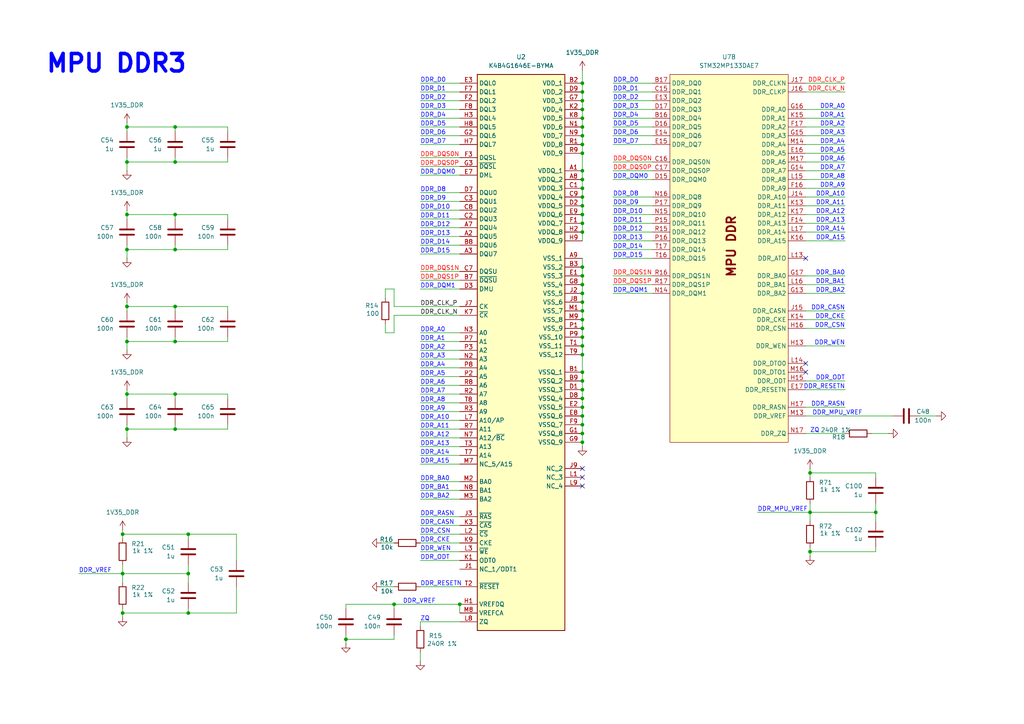
<source format=kicad_sch>
(kicad_sch (version 20250114) (generator "eeschema") (generator_version "9.0")
  (paper "A4")
  (title_block (title "ThingsCore-1") (date "2025-07-17") (rev "1"))
  (text "MPU DDR3" (at 33.782 18.542 0) (effects (font (size 5.08 5.08) (thickness 1.016) (bold yes))))
  (junction (at 168.91 24.13))
  (junction (at 36.83 62.23))
  (junction (at 133.35 175.26))
  (junction (at 168.91 39.37))
  (junction (at 114.3 175.26))
  (junction (at 168.91 125.73))
  (junction (at 54.61 154.94))
  (junction (at 168.91 34.29))
  (junction (at 50.8 72.39))
  (junction (at 234.95 148.59))
  (junction (at 168.91 36.83))
  (junction (at 35.56 177.8))
  (junction (at 50.8 88.9))
  (junction (at 168.91 90.17))
  (junction (at 35.56 154.94))
  (junction (at 54.61 166.37))
  (junction (at 168.91 54.61))
  (junction (at 168.91 95.25))
  (junction (at 168.91 128.27))
  (junction (at 168.91 123.19))
  (junction (at 50.8 36.83))
  (junction (at 36.83 99.06))
  (junction (at 168.91 82.55))
  (junction (at 36.83 72.39))
  (junction (at 168.91 49.53))
  (junction (at 168.91 107.95))
  (junction (at 168.91 113.03))
  (junction (at 36.83 124.46))
  (junction (at 50.8 99.06))
  (junction (at 168.91 44.45))
  (junction (at 36.83 88.9))
  (junction (at 168.91 118.11))
  (junction (at 168.91 26.67))
  (junction (at 168.91 110.49))
  (junction (at 234.95 160.02))
  (junction (at 168.91 41.91))
  (junction (at 168.91 52.07))
  (junction (at 50.8 62.23))
  (junction (at 50.8 124.46))
  (junction (at 168.91 29.21))
  (junction (at 168.91 59.69))
  (junction (at 168.91 97.79))
  (junction (at 35.56 166.37))
  (junction (at 36.83 36.83))
  (junction (at 168.91 62.23))
  (junction (at 54.61 177.8))
  (junction (at 50.8 114.3))
  (junction (at 168.91 80.01))
  (junction (at 234.95 137.16))
  (junction (at 168.91 100.33))
  (junction (at 168.91 92.71))
  (junction (at 254 148.59))
  (junction (at 168.91 67.31))
  (junction (at 168.91 87.63))
  (junction (at 50.8 46.99))
  (junction (at 168.91 31.75))
  (junction (at 168.91 57.15))
  (junction (at 168.91 85.09))
  (junction (at 36.83 114.3))
  (junction (at 168.91 102.87))
  (junction (at 168.91 115.57))
  (junction (at 36.83 46.99))
  (junction (at 168.91 120.65))
  (junction (at 168.91 64.77))
  (junction (at 168.91 77.47))
  (junction (at 100.33 185.42))
  (no_connect (at 168.91 138.43))
  (no_connect (at 168.91 135.89))
  (no_connect (at 233.68 74.93))
  (no_connect (at 233.68 107.95))
  (no_connect (at 233.68 105.41))
  (no_connect (at 168.91 140.97))
  (wire (pts (xy 168.91 123.19) (xy 168.91 125.73)))
  (wire (pts (xy 36.83 88.9) (xy 50.8 88.9)))
  (wire (pts (xy 66.04 72.39) (xy 66.04 71.12)))
  (wire (pts (xy 133.35 124.46) (xy 121.92 124.46)))
  (wire (pts (xy 168.91 120.65) (xy 168.91 123.19)))
  (wire (pts (xy 111.76 96.52) (xy 111.76 93.98)))
  (wire (pts (xy 50.8 97.79) (xy 50.8 99.06)))
  (wire (pts (xy 68.58 170.18) (xy 68.58 177.8)))
  (wire (pts (xy 36.83 62.23) (xy 50.8 62.23)))
  (wire (pts (xy 168.91 80.01) (xy 168.91 82.55)))
  (wire (pts (xy 189.23 67.31) (xy 177.8 67.31)))
  (wire (pts (xy 133.35 71.12) (xy 121.92 71.12)))
  (wire (pts (xy 50.8 88.9) (xy 66.04 88.9)))
  (wire (pts (xy 168.91 125.73) (xy 168.91 128.27)))
  (wire (pts (xy 189.23 57.15) (xy 177.8 57.15)))
  (wire (pts (xy 234.95 137.16) (xy 234.95 138.43)))
  (wire (pts (xy 22.86 166.37) (xy 35.56 166.37)))
  (wire (pts (xy 121.92 180.34) (xy 121.92 181.61)))
  (wire (pts (xy 54.61 177.8) (xy 54.61 176.53)))
  (wire (pts (xy 189.23 26.67) (xy 177.8 26.67)))
  (wire (pts (xy 233.68 46.99) (xy 245.11 46.99)))
  (wire (pts (xy 133.35 55.88) (xy 121.92 55.88)))
  (wire (pts (xy 35.56 166.37) (xy 54.61 166.37)))
  (wire (pts (xy 68.58 154.94) (xy 54.61 154.94)))
  (wire (pts (xy 254 137.16) (xy 234.95 137.16)))
  (wire (pts (xy 133.35 29.21) (xy 121.92 29.21)))
  (wire (pts (xy 36.83 71.12) (xy 36.83 72.39)))
  (wire (pts (xy 36.83 62.23) (xy 36.83 63.5)))
  (wire (pts (xy 234.95 160.02) (xy 234.95 161.29)))
  (wire (pts (xy 168.91 64.77) (xy 168.91 67.31)))
  (wire (pts (xy 133.35 109.22) (xy 121.92 109.22)))
  (wire (pts (xy 189.23 69.85) (xy 177.8 69.85)))
  (wire (pts (xy 233.68 125.73) (xy 245.11 125.73)))
  (wire (pts (xy 233.68 113.03) (xy 245.11 113.03)))
  (wire (pts (xy 233.68 62.23) (xy 245.11 62.23)))
  (wire (pts (xy 68.58 177.8) (xy 54.61 177.8)))
  (wire (pts (xy 114.3 83.82) (xy 114.3 88.9)))
  (wire (pts (xy 168.91 77.47) (xy 168.91 80.01)))
  (wire (pts (xy 36.83 99.06) (xy 50.8 99.06)))
  (wire (pts (xy 66.04 88.9) (xy 66.04 90.17)))
  (wire (pts (xy 168.91 26.67) (xy 168.91 29.21)))
  (wire (pts (xy 168.91 85.09) (xy 168.91 87.63)))
  (wire (pts (xy 189.23 72.39) (xy 177.8 72.39)))
  (wire (pts (xy 133.35 31.75) (xy 121.92 31.75)))
  (wire (pts (xy 168.91 34.29) (xy 168.91 36.83)))
  (wire (pts (xy 133.35 63.5) (xy 121.92 63.5)))
  (wire (pts (xy 35.56 163.83) (xy 35.56 166.37)))
  (wire (pts (xy 114.3 96.52) (xy 114.3 91.44)))
  (wire (pts (xy 233.68 120.65) (xy 259.08 120.65)))
  (wire (pts (xy 189.23 31.75) (xy 177.8 31.75)))
  (wire (pts (xy 50.8 114.3) (xy 66.04 114.3)))
  (wire (pts (xy 189.23 24.13) (xy 177.8 24.13)))
  (wire (pts (xy 168.91 29.21) (xy 168.91 31.75)))
  (wire (pts (xy 36.83 36.83) (xy 50.8 36.83)))
  (wire (pts (xy 168.91 49.53) (xy 168.91 52.07)))
  (wire (pts (xy 133.35 45.72) (xy 121.92 45.72)))
  (wire (pts (xy 36.83 114.3) (xy 36.83 115.57)))
  (wire (pts (xy 121.92 134.62) (xy 133.35 134.62)))
  (wire (pts (xy 50.8 124.46) (xy 66.04 124.46)))
  (wire (pts (xy 50.8 123.19) (xy 50.8 124.46)))
  (wire (pts (xy 233.68 31.75) (xy 245.11 31.75)))
  (wire (pts (xy 36.83 123.19) (xy 36.83 124.46)))
  (wire (pts (xy 50.8 62.23) (xy 66.04 62.23)))
  (wire (pts (xy 68.58 162.56) (xy 68.58 154.94)))
  (wire (pts (xy 168.91 82.55) (xy 168.91 85.09)))
  (wire (pts (xy 36.83 72.39) (xy 36.83 74.93)))
  (wire (pts (xy 133.35 34.29) (xy 121.92 34.29)))
  (wire (pts (xy 189.23 49.53) (xy 177.8 49.53)))
  (wire (pts (xy 36.83 88.9) (xy 36.83 90.17)))
  (wire (pts (xy 133.35 68.58) (xy 121.92 68.58)))
  (wire (pts (xy 50.8 71.12) (xy 50.8 72.39)))
  (wire (pts (xy 189.23 29.21) (xy 177.8 29.21)))
  (wire (pts (xy 54.61 166.37) (xy 54.61 168.91)))
  (wire (pts (xy 114.3 175.26) (xy 114.3 176.53)))
  (wire (pts (xy 168.91 74.93) (xy 168.91 77.47)))
  (wire (pts (xy 133.35 142.24) (xy 121.92 142.24)))
  (wire (pts (xy 168.91 44.45) (xy 168.91 49.53)))
  (wire (pts (xy 189.23 62.23) (xy 177.8 62.23)))
  (wire (pts (xy 133.35 41.91) (xy 121.92 41.91)))
  (wire (pts (xy 35.56 153.67) (xy 35.56 154.94)))
  (wire (pts (xy 233.68 80.01) (xy 245.11 80.01)))
  (wire (pts (xy 50.8 99.06) (xy 66.04 99.06)))
  (wire (pts (xy 233.68 44.45) (xy 245.11 44.45)))
  (wire (pts (xy 168.91 128.27) (xy 168.91 129.54)))
  (wire (pts (xy 36.83 124.46) (xy 36.83 127)))
  (wire (pts (xy 35.56 168.91) (xy 35.56 166.37)))
  (wire (pts (xy 233.68 57.15) (xy 245.11 57.15)))
  (wire (pts (xy 133.35 106.68) (xy 121.92 106.68)))
  (wire (pts (xy 54.61 154.94) (xy 54.61 156.21)))
  (wire (pts (xy 111.76 83.82) (xy 114.3 83.82)))
  (wire (pts (xy 133.35 127) (xy 121.92 127)))
  (wire (pts (xy 168.91 110.49) (xy 168.91 113.03)))
  (wire (pts (xy 121.92 189.23) (xy 121.92 191.77)))
  (wire (pts (xy 254 146.05) (xy 254 148.59)))
  (wire (pts (xy 121.92 157.48) (xy 133.35 157.48)))
  (wire (pts (xy 111.76 86.36) (xy 111.76 83.82)))
  (wire (pts (xy 168.91 59.69) (xy 168.91 62.23)))
  (wire (pts (xy 66.04 114.3) (xy 66.04 115.57)))
  (wire (pts (xy 168.91 90.17) (xy 168.91 92.71)))
  (wire (pts (xy 133.35 58.42) (xy 121.92 58.42)))
  (wire (pts (xy 234.95 160.02) (xy 254 160.02)))
  (wire (pts (xy 189.23 85.09) (xy 177.8 85.09)))
  (wire (pts (xy 50.8 62.23) (xy 50.8 63.5)))
  (wire (pts (xy 233.68 36.83) (xy 245.11 36.83)))
  (wire (pts (xy 234.95 146.05) (xy 234.95 148.59)))
  (wire (pts (xy 36.83 46.99) (xy 36.83 49.53)))
  (wire (pts (xy 168.91 20.32) (xy 168.91 24.13)))
  (wire (pts (xy 133.35 160.02) (xy 121.92 160.02)))
  (wire (pts (xy 36.83 72.39) (xy 50.8 72.39)))
  (wire (pts (xy 254 160.02) (xy 254 158.75)))
  (wire (pts (xy 133.35 88.9) (xy 114.3 88.9)))
  (wire (pts (xy 114.3 91.44) (xy 133.35 91.44)))
  (wire (pts (xy 133.35 114.3) (xy 121.92 114.3)))
  (wire (pts (xy 66.04 124.46) (xy 66.04 123.19)))
  (wire (pts (xy 35.56 154.94) (xy 35.56 156.21)))
  (wire (pts (xy 233.68 85.09) (xy 245.11 85.09)))
  (wire (pts (xy 100.33 186.69) (xy 100.33 185.42)))
  (wire (pts (xy 168.91 118.11) (xy 168.91 120.65)))
  (wire (pts (xy 121.92 154.94) (xy 133.35 154.94)))
  (wire (pts (xy 233.68 34.29) (xy 245.11 34.29)))
  (wire (pts (xy 233.68 90.17) (xy 245.11 90.17)))
  (wire (pts (xy 133.35 104.14) (xy 121.92 104.14)))
  (wire (pts (xy 168.91 100.33) (xy 168.91 102.87)))
  (wire (pts (xy 233.68 92.71) (xy 245.11 92.71)))
  (wire (pts (xy 36.83 35.56) (xy 36.83 36.83)))
  (wire (pts (xy 121.92 180.34) (xy 133.35 180.34)))
  (wire (pts (xy 133.35 175.26) (xy 133.35 177.8)))
  (wire (pts (xy 133.35 36.83) (xy 121.92 36.83)))
  (wire (pts (xy 133.35 60.96) (xy 121.92 60.96)))
  (wire (pts (xy 168.91 102.87) (xy 168.91 107.95)))
  (wire (pts (xy 133.35 24.13) (xy 121.92 24.13)))
  (wire (pts (xy 189.23 34.29) (xy 177.8 34.29)))
  (wire (pts (xy 168.91 113.03) (xy 168.91 115.57)))
  (wire (pts (xy 50.8 36.83) (xy 66.04 36.83)))
  (wire (pts (xy 133.35 48.26) (xy 121.92 48.26)))
  (wire (pts (xy 66.04 36.83) (xy 66.04 38.1)))
  (wire (pts (xy 168.91 97.79) (xy 168.91 100.33)))
  (wire (pts (xy 133.35 170.18) (xy 121.92 170.18)))
  (wire (pts (xy 219.71 148.59) (xy 234.95 148.59)))
  (wire (pts (xy 189.23 82.55) (xy 177.8 82.55)))
  (wire (pts (xy 189.23 46.99) (xy 177.8 46.99)))
  (wire (pts (xy 54.61 163.83) (xy 54.61 166.37)))
  (wire (pts (xy 100.33 175.26) (xy 114.3 175.26)))
  (wire (pts (xy 233.68 54.61) (xy 245.11 54.61)))
  (wire (pts (xy 233.68 110.49) (xy 245.11 110.49)))
  (wire (pts (xy 66.04 46.99) (xy 66.04 45.72)))
  (wire (pts (xy 133.35 152.4) (xy 121.92 152.4)))
  (wire (pts (xy 233.68 59.69) (xy 245.11 59.69)))
  (wire (pts (xy 168.91 95.25) (xy 168.91 97.79)))
  (wire (pts (xy 36.83 45.72) (xy 36.83 46.99)))
  (wire (pts (xy 35.56 177.8) (xy 54.61 177.8)))
  (wire (pts (xy 233.68 41.91) (xy 245.11 41.91)))
  (wire (pts (xy 233.68 82.55) (xy 245.11 82.55)))
  (wire (pts (xy 133.35 78.74) (xy 121.92 78.74)))
  (wire (pts (xy 36.83 99.06) (xy 36.83 101.6)))
  (wire (pts (xy 233.68 100.33) (xy 245.11 100.33)))
  (wire (pts (xy 66.04 99.06) (xy 66.04 97.79)))
  (wire (pts (xy 168.91 57.15) (xy 168.91 59.69)))
  (wire (pts (xy 189.23 80.01) (xy 177.8 80.01)))
  (wire (pts (xy 245.11 95.25) (xy 233.68 95.25)))
  (wire (pts (xy 233.68 24.13) (xy 245.11 24.13)))
  (wire (pts (xy 168.91 62.23) (xy 168.91 64.77)))
  (wire (pts (xy 133.35 116.84) (xy 121.92 116.84)))
  (wire (pts (xy 110.49 170.18) (xy 114.3 170.18)))
  (wire (pts (xy 50.8 72.39) (xy 66.04 72.39)))
  (wire (pts (xy 36.83 97.79) (xy 36.83 99.06)))
  (wire (pts (xy 66.04 62.23) (xy 66.04 63.5)))
  (wire (pts (xy 168.91 67.31) (xy 168.91 69.85)))
  (wire (pts (xy 189.23 74.93) (xy 177.8 74.93)))
  (wire (pts (xy 168.91 54.61) (xy 168.91 57.15)))
  (wire (pts (xy 35.56 176.53) (xy 35.56 177.8)))
  (wire (pts (xy 168.91 24.13) (xy 168.91 26.67)))
  (wire (pts (xy 36.83 60.96) (xy 36.83 62.23)))
  (wire (pts (xy 133.35 101.6) (xy 121.92 101.6)))
  (wire (pts (xy 50.8 45.72) (xy 50.8 46.99)))
  (wire (pts (xy 168.91 115.57) (xy 168.91 118.11)))
  (wire (pts (xy 254 137.16) (xy 254 138.43)))
  (wire (pts (xy 35.56 177.8) (xy 35.56 179.07)))
  (wire (pts (xy 233.68 52.07) (xy 245.11 52.07)))
  (wire (pts (xy 189.23 36.83) (xy 177.8 36.83)))
  (wire (pts (xy 36.83 46.99) (xy 50.8 46.99)))
  (wire (pts (xy 233.68 49.53) (xy 245.11 49.53)))
  (wire (pts (xy 234.95 148.59) (xy 254 148.59)))
  (wire (pts (xy 133.35 73.66) (xy 121.92 73.66)))
  (wire (pts (xy 133.35 83.82) (xy 121.92 83.82)))
  (wire (pts (xy 168.91 39.37) (xy 168.91 41.91)))
  (wire (pts (xy 133.35 144.78) (xy 121.92 144.78)))
  (wire (pts (xy 36.83 124.46) (xy 50.8 124.46)))
  (wire (pts (xy 54.61 154.94) (xy 35.56 154.94)))
  (wire (pts (xy 168.91 107.95) (xy 168.91 110.49)))
  (wire (pts (xy 111.76 96.52) (xy 114.3 96.52)))
  (wire (pts (xy 234.95 158.75) (xy 234.95 160.02)))
  (wire (pts (xy 133.35 139.7) (xy 121.92 139.7)))
  (wire (pts (xy 266.7 120.65) (xy 271.78 120.65)))
  (wire (pts (xy 50.8 88.9) (xy 50.8 90.17)))
  (wire (pts (xy 234.95 135.89) (xy 234.95 137.16)))
  (wire (pts (xy 133.35 39.37) (xy 121.92 39.37)))
  (wire (pts (xy 168.91 92.71) (xy 168.91 95.25)))
  (wire (pts (xy 133.35 132.08) (xy 121.92 132.08)))
  (wire (pts (xy 168.91 87.63) (xy 168.91 90.17)))
  (wire (pts (xy 233.68 118.11) (xy 245.11 118.11)))
  (wire (pts (xy 133.35 129.54) (xy 121.92 129.54)))
  (wire (pts (xy 233.68 26.67) (xy 245.11 26.67)))
  (wire (pts (xy 100.33 175.26) (xy 100.33 176.53)))
  (wire (pts (xy 189.23 59.69) (xy 177.8 59.69)))
  (wire (pts (xy 234.95 151.13) (xy 234.95 148.59)))
  (wire (pts (xy 189.23 52.07) (xy 177.8 52.07)))
  (wire (pts (xy 50.8 114.3) (xy 50.8 115.57)))
  (wire (pts (xy 133.35 66.04) (xy 121.92 66.04)))
  (wire (pts (xy 133.35 99.06) (xy 121.92 99.06)))
  (wire (pts (xy 50.8 46.99) (xy 66.04 46.99)))
  (wire (pts (xy 168.91 41.91) (xy 168.91 44.45)))
  (wire (pts (xy 100.33 184.15) (xy 100.33 185.42)))
  (wire (pts (xy 168.91 36.83) (xy 168.91 39.37)))
  (wire (pts (xy 133.35 162.56) (xy 121.92 162.56)))
  (wire (pts (xy 114.3 175.26) (xy 133.35 175.26)))
  (wire (pts (xy 36.83 114.3) (xy 50.8 114.3)))
  (wire (pts (xy 133.35 111.76) (xy 121.92 111.76)))
  (wire (pts (xy 252.73 125.73) (xy 257.81 125.73)))
  (wire (pts (xy 133.35 50.8) (xy 121.92 50.8)))
  (wire (pts (xy 100.33 185.42) (xy 114.3 185.42)))
  (wire (pts (xy 133.35 119.38) (xy 121.92 119.38)))
  (wire (pts (xy 36.83 36.83) (xy 36.83 38.1)))
  (wire (pts (xy 133.35 149.86) (xy 121.92 149.86)))
  (wire (pts (xy 233.68 67.31) (xy 245.11 67.31)))
  (wire (pts (xy 133.35 81.28) (xy 121.92 81.28)))
  (wire (pts (xy 133.35 26.67) (xy 121.92 26.67)))
  (wire (pts (xy 133.35 96.52) (xy 121.92 96.52)))
  (wire (pts (xy 233.68 39.37) (xy 245.11 39.37)))
  (wire (pts (xy 36.83 113.03) (xy 36.83 114.3)))
  (wire (pts (xy 189.23 64.77) (xy 177.8 64.77)))
  (wire (pts (xy 168.91 31.75) (xy 168.91 34.29)))
  (wire (pts (xy 110.49 157.48) (xy 114.3 157.48)))
  (wire (pts (xy 233.68 69.85) (xy 245.11 69.85)))
  (wire (pts (xy 36.83 87.63) (xy 36.83 88.9)))
  (wire (pts (xy 189.23 39.37) (xy 177.8 39.37)))
  (wire (pts (xy 233.68 64.77) (xy 245.11 64.77)))
  (wire (pts (xy 189.23 41.91) (xy 177.8 41.91)))
  (wire (pts (xy 50.8 36.83) (xy 50.8 38.1)))
  (wire (pts (xy 168.91 52.07) (xy 168.91 54.61)))
  (wire (pts (xy 114.3 184.15) (xy 114.3 185.42)))
  (wire (pts (xy 133.35 121.92) (xy 121.92 121.92)))
  (wire (pts (xy 254 148.59) (xy 254 151.13)))
  (label "DDR_ODT" (at 245.11 110.49 180) (property "Netclass" "TB_50R_SE" (effects (hide yes))))
  (label "DDR_D0" (at 177.8 24.13 0) (property "Netclass" "TB_50R_SE" (effects (hide yes))))
  (label "DDR_BA1" (at 245.11 82.55 180) (property "Netclass" "TB_50R_SE" (effects (hide yes))))
  (label "DDR_A8" (at 245.11 52.07 180) (property "Netclass" "TB_50R_SE" (effects (hide yes))))
  (label "DDR_CLK_N" (at 245.11 26.67 180) (property "Netclass" "Default" (effects (hide yes))))
  (label "DDR_WEN" (at 121.92 160.02 0) (property "Netclass" "TB_50R_SE" (effects (hide yes))))
  (label "DDR_DQS0P" (at 121.92 48.26 0) (property "Netclass" "Default" (effects (hide yes))))
  (label "DDR_D6" (at 177.8 39.37 0) (property "Netclass" "TB_50R_SE" (effects (hide yes))))
  (label "DDR_A7" (at 121.92 114.3 0) (property "Netclass" "TB_50R_SE" (effects (hide yes))))
  (label "DDR_D8" (at 177.8 57.15 0) (property "Netclass" "TB_50R_SE" (effects (hide yes))))
  (label "DDR_CLK_P" (at 245.11 24.13 180) (property "Netclass" "Default" (effects (hide yes))))
  (label "DDR_D7" (at 121.92 41.91 0) (property "Netclass" "TB_50R_SE" (effects (hide yes))))
  (label "DDR_D13" (at 177.8 69.85 0) (property "Netclass" "TB_50R_SE" (effects (hide yes))))
  (label "DDR_D9" (at 177.8 59.69 0) (property "Netclass" "TB_50R_SE" (effects (hide yes))))
  (label "DDR_A0" (at 245.11 31.75 180) (property "Netclass" "TB_50R_SE" (effects (hide yes))))
  (label "DDR_A2" (at 121.92 101.6 0) (property "Netclass" "TB_50R_SE" (effects (hide yes))))
  (label "DDR_A9" (at 121.92 119.38 0) (property "Netclass" "TB_50R_SE" (effects (hide yes))))
  (label "DDR_A15" (at 245.11 69.85 180) (property "Netclass" "TB_50R_SE" (effects (hide yes))))
  (label "DDR_CSN" (at 245.11 95.25 180) (property "Netclass" "TB_50R_SE" (effects (hide yes))))
  (label "DDR_A11" (at 121.92 124.46 0) (property "Netclass" "TB_50R_SE" (effects (hide yes))))
  (label "DDR_D15" (at 177.8 74.93 0) (property "Netclass" "TB_50R_SE" (effects (hide yes))))
  (label "DDR_D11" (at 177.8 64.77 0) (property "Netclass" "TB_50R_SE" (effects (hide yes))))
  (label "DDR_D12" (at 121.92 66.04 0) (property "Netclass" "TB_50R_SE" (effects (hide yes))))
  (label "DDR_RESETN" (at 121.92 170.18 0) (property "Netclass" "TB_50R_SE" (effects (hide yes))))
  (label "DDR_A13" (at 121.92 129.54 0) (property "Netclass" "TB_50R_SE" (effects (hide yes))))
  (label "DDR_A6" (at 245.11 46.99 180) (property "Netclass" "TB_50R_SE" (effects (hide yes))))
  (label "DDR_D14" (at 121.92 71.12 0) (property "Netclass" "TB_50R_SE" (effects (hide yes))))
  (label "DDR_D12" (at 177.8 67.31 0) (property "Netclass" "TB_50R_SE" (effects (hide yes))))
  (label "DDR_CKE" (at 121.92 157.48 0) (property "Netclass" "TB_50R_SE" (effects (hide yes))))
  (label "DDR_D1" (at 121.92 26.67 0) (property "Netclass" "TB_50R_SE" (effects (hide yes))))
  (label "DDR_D4" (at 177.8 34.29 0) (property "Netclass" "TB_50R_SE" (effects (hide yes))))
  (label "DDR_MPU_VREF" (at 250.19 120.65 180))
  (label "DDR_A10" (at 121.92 121.92 0) (property "Netclass" "TB_50R_SE" (effects (hide yes))))
  (label "DDR_BA2" (at 121.92 144.78 0) (property "Netclass" "TB_50R_SE" (effects (hide yes))))
  (label "DDR_D9" (at 121.92 58.42 0) (property "Netclass" "TB_50R_SE" (effects (hide yes))))
  (label "DDR_A3" (at 121.92 104.14 0) (property "Netclass" "TB_50R_SE" (effects (hide yes))))
  (label "DDR_VREF" (at 116.84 175.26 0))
  (label "DDR_BA0" (at 121.92 139.7 0) (property "Netclass" "TB_50R_SE" (effects (hide yes))))
  (label "DDR_D10" (at 121.92 60.96 0) (property "Netclass" "TB_50R_SE" (effects (hide yes))))
  (label "DDR_A12" (at 121.92 127 0) (property "Netclass" "TB_50R_SE" (effects (hide yes))))
  (label "DDR_DQM1" (at 121.92 83.82 0) (property "Netclass" "TB_50R_SE" (effects (hide yes))))
  (label "DDR_DQM0" (at 177.8 52.07 0) (property "Netclass" "TB_50R_SE" (effects (hide yes))))
  (label "DDR_D10" (at 177.8 62.23 0) (property "Netclass" "TB_50R_SE" (effects (hide yes))))
  (label "DDR_A4" (at 121.92 106.68 0) (property "Netclass" "TB_50R_SE" (effects (hide yes))))
  (label "DDR_DQS1N" (at 177.8 80.01 0) (property "Netclass" "Default" (effects (hide yes))))
  (label "DDR_A12" (at 245.11 62.23 180) (property "Netclass" "TB_50R_SE" (effects (hide yes))))
  (label "DDR_D11" (at 121.92 63.5 0) (property "Netclass" "TB_50R_SE" (effects (hide yes))))
  (label "DDR_A3" (at 245.11 39.37 180) (property "Netclass" "TB_50R_SE" (effects (hide yes))))
  (label "DDR_D3" (at 177.8 31.75 0) (property "Netclass" "TB_50R_SE" (effects (hide yes))))
  (label "DDR_A0" (at 121.92 96.52 0) (property "Netclass" "TB_50R_SE" (effects (hide yes))))
  (label "DDR_A1" (at 121.92 99.06 0) (property "Netclass" "TB_50R_SE" (effects (hide yes))))
  (label "DDR_RASN" (at 245.11 118.11 180) (property "Netclass" "TB_50R_SE" (effects (hide yes))))
  (label "DDR_A14" (at 121.92 132.08 0) (property "Netclass" "TB_50R_SE" (effects (hide yes))))
  (label "DDR_A9" (at 245.11 54.61 180) (property "Netclass" "TB_50R_SE" (effects (hide yes))))
  (label "DDR_A7" (at 245.11 49.53 180) (property "Netclass" "TB_50R_SE" (effects (hide yes))))
  (label "DDR_D13" (at 121.92 68.58 0) (property "Netclass" "TB_50R_SE" (effects (hide yes))))
  (label "DDR_DQS0P" (at 177.8 49.53 0) (property "Netclass" "Default" (effects (hide yes))))
  (label "DDR_RASN" (at 121.92 149.86 0) (property "Netclass" "TB_50R_SE" (effects (hide yes))))
  (label "DDR_CSN" (at 121.92 154.94 0) (property "Netclass" "TB_50R_SE" (effects (hide yes))))
  (label "DDR_D15" (at 121.92 73.66 0) (property "Netclass" "TB_50R_SE" (effects (hide yes))))
  (label "DDR_MPU_VREF" (at 219.71 148.59 0))
  (label "DDR_A10" (at 245.11 57.15 180) (property "Netclass" "TB_50R_SE" (effects (hide yes))))
  (label "DDR_A6" (at 121.92 111.76 0) (property "Netclass" "TB_50R_SE" (effects (hide yes))))
  (label "DDR_VREF" (at 22.86 166.37 0))
  (label "DDR_CLK_P" (at 121.92 88.9 0) (property "Netclass" "Default" (effects (hide yes))))
  (label "DDR_ODT" (at 121.92 162.56 0) (property "Netclass" "TB_50R_SE" (effects (hide yes))))
  (label "DDR_A5" (at 121.92 109.22 0) (property "Netclass" "TB_50R_SE" (effects (hide yes))))
  (label "DDR_D0" (at 121.92 24.13 0) (property "Netclass" "TB_50R_SE" (effects (hide yes))))
  (label "DDR_DQS1P" (at 121.92 81.28 0) (property "Netclass" "Default" (effects (hide yes))))
  (label "DDR_A4" (at 245.11 41.91 180) (property "Netclass" "TB_50R_SE" (effects (hide yes))))
  (label "DDR_CASN" (at 121.92 152.4 0) (property "Netclass" "TB_50R_SE" (effects (hide yes))))
  (label "DDR_D8" (at 121.92 55.88 0) (property "Netclass" "TB_50R_SE" (effects (hide yes))))
  (label "DDR_BA1" (at 121.92 142.24 0) (property "Netclass" "TB_50R_SE" (effects (hide yes))))
  (label "DDR_A2" (at 245.11 36.83 180) (property "Netclass" "TB_50R_SE" (effects (hide yes))))
  (label "DDR_CLK_N" (at 121.92 91.44 0) (property "Netclass" "Default" (effects (hide yes))))
  (label "DDR_D2" (at 121.92 29.21 0) (property "Netclass" "TB_50R_SE" (effects (hide yes))))
  (label "DDR_DQS1N" (at 121.92 78.74 0) (property "Netclass" "Default" (effects (hide yes))))
  (label "DDR_DQS0N" (at 177.8 46.99 0) (property "Netclass" "Default" (effects (hide yes))))
  (label "DDR_RESETN" (at 245.11 113.03 180) (property "Netclass" "TB_50R_SE" (effects (hide yes))))
  (label "DDR_A5" (at 245.11 44.45 180) (property "Netclass" "TB_50R_SE" (effects (hide yes))))
  (label "DDR_D6" (at 121.92 39.37 0) (property "Netclass" "TB_50R_SE" (effects (hide yes))))
  (label "DDR_CKE" (at 245.11 92.71 180) (property "Netclass" "TB_50R_SE" (effects (hide yes))))
  (label "DDR_CASN" (at 245.11 90.17 180) (property "Netclass" "TB_50R_SE" (effects (hide yes))))
  (label "DDR_A13" (at 245.11 64.77 180) (property "Netclass" "TB_50R_SE" (effects (hide yes))))
  (label "DDR_D1" (at 177.8 26.67 0) (property "Netclass" "TB_50R_SE" (effects (hide yes))))
  (label "DDR_A15" (at 121.92 134.62 0) (property "Netclass" "TB_50R_SE" (effects (hide yes))))
  (label "DDR_D14" (at 177.8 72.39 0) (property "Netclass" "TB_50R_SE" (effects (hide yes))))
  (label "ZQ" (at 121.92 180.34 0) (property "Netclass" "TB_50R_SE" (effects (hide yes))))
  (label "ZQ" (at 234.95 125.73 0) (property "Netclass" "TB_50R_SE" (effects (hide yes))))
  (label "DDR_D5" (at 121.92 36.83 0) (property "Netclass" "TB_50R_SE" (effects (hide yes))))
  (label "DDR_A8" (at 121.92 116.84 0) (property "Netclass" "TB_50R_SE" (effects (hide yes))))
  (label "DDR_D4" (at 121.92 34.29 0) (property "Netclass" "TB_50R_SE" (effects (hide yes))))
  (label "DDR_A14" (at 245.11 67.31 180) (property "Netclass" "TB_50R_SE" (effects (hide yes))))
  (label "DDR_D7" (at 177.8 41.91 0) (property "Netclass" "TB_50R_SE" (effects (hide yes))))
  (label "DDR_A1" (at 245.11 34.29 180) (property "Netclass" "TB_50R_SE" (effects (hide yes))))
  (label "DDR_D5" (at 177.8 36.83 0) (property "Netclass" "TB_50R_SE" (effects (hide yes))))
  (label "DDR_DQM1" (at 177.8 85.09 0) (property "Netclass" "TB_50R_SE" (effects (hide yes))))
  (label "DDR_A11" (at 245.11 59.69 180) (property "Netclass" "TB_50R_SE" (effects (hide yes))))
  (label "DDR_DQS1P" (at 177.8 82.55 0) (property "Netclass" "Default" (effects (hide yes))))
  (label "DDR_WEN" (at 245.11 100.33 180) (property "Netclass" "TB_50R_SE" (effects (hide yes))))
  (label "DDR_D2" (at 177.8 29.21 0) (property "Netclass" "TB_50R_SE" (effects (hide yes))))
  (label "DDR_BA0" (at 245.11 80.01 180) (property "Netclass" "TB_50R_SE" (effects (hide yes))))
  (label "DDR_DQM0" (at 121.92 50.8 0) (property "Netclass" "TB_50R_SE" (effects (hide yes))))
  (label "DDR_BA2" (at 245.11 85.09 180) (property "Netclass" "TB_50R_SE" (effects (hide yes))))
  (label "DDR_D3" (at 121.92 31.75 0) (property "Netclass" "TB_50R_SE" (effects (hide yes))))
  (label "DDR_DQS0N" (at 121.92 45.72 0) (property "Netclass" "Default" (effects (hide yes))))
  (symbol (lib_id "power:+1V0") (at 36.83 87.63 0) (unit 1)
    (property "Reference" "#PWR062" (effects (hide yes)))
    (property "Value" "1V35_DDR" (at 36.83 82.55 0))
    (property "Description" "Power symbol creates a global label with name \"+1V0\"" (effects (hide yes)))
  )
  (symbol (lib_id "ThingsCore-1:STM32MP133DAE7") (at 210.82 128.27 0) (unit 2)
    (property "Reference" "U7" (at 211.455 16.51 0))
    (property "Value" "STM32MP133DAE7" (at 211.455 19.05 0))
    (property "Footprint" "ThingsCore-1:LFBGA-289_14x14mm_Layout17x17_P0.8mm" (effects (hide yes)))
  )
  (symbol (lib_id "Device:R") (at 118.11 170.18 90) (unit 1)
    (property "Reference" "R17" (at 114.046 169.164 90) (effects (justify left)))
    (property "Value" "10k" (at 114.046 171.45 90) (effects (justify left)))
    (property "Footprint" "Resistor_SMD:R_0402_1005Metric" (effects (hide yes)))
    (property "Description" "Resistor" (effects (hide yes)))
  )
  (symbol (lib_id "Device:C") (at 50.8 67.31 0) (mirror x) (unit 1)
    (property "Reference" "C58" (at 46.99 66.0399 0) (effects (justify right)))
    (property "Value" "100n" (at 46.99 68.5799 0) (effects (justify right)))
    (property "Footprint" "Capacitor_SMD:C_0402_1005Metric" (effects (hide yes)))
    (property "Description" "Unpolarized capacitor" (effects (hide yes)))
  )
  (symbol (lib_id "Device:R") (at 121.92 185.42 180) (unit 1)
    (property "Reference" "R15" (at 128.27 184.404 0) (effects (justify left)))
    (property "Value" "240R 1%" (at 132.588 186.69 0) (effects (justify left)))
    (property "Footprint" "Resistor_SMD:R_0402_1005Metric" (effects (hide yes)))
    (property "Description" "Resistor" (effects (hide yes)))
  )
  (symbol (lib_id "Device:C") (at 68.58 166.37 0) (mirror x) (unit 1)
    (property "Reference" "C53" (at 64.77 165.0999 0) (effects (justify right)))
    (property "Value" "1u" (at 64.77 167.6399 0) (effects (justify right)))
    (property "Footprint" "Capacitor_SMD:C_0402_1005Metric" (effects (hide yes)))
    (property "Description" "Unpolarized capacitor" (effects (hide yes)))
  )
  (symbol (lib_id "power:GND") (at 36.83 74.93 0) (unit 1)
    (property "Reference" "#PWR061" (effects (hide yes)))
    (property "Value" "GND" (effects (hide yes)))
    (property "Description" "Power symbol creates a global label with name \"GND\" , ground" (effects (hide yes)))
  )
  (symbol (lib_id "Device:C") (at 50.8 119.38 0) (mirror x) (unit 1)
    (property "Reference" "C64" (at 46.99 118.1099 0) (effects (justify right)))
    (property "Value" "100n" (at 46.99 120.6499 0) (effects (justify right)))
    (property "Footprint" "Capacitor_SMD:C_0402_1005Metric" (effects (hide yes)))
    (property "Description" "Unpolarized capacitor" (effects (hide yes)))
  )
  (symbol (lib_id "power:GND") (at 271.78 120.65 90) (unit 1)
    (property "Reference" "#PWR054" (effects (hide yes)))
    (property "Value" "GND" (effects (hide yes)))
    (property "Description" "Power symbol creates a global label with name \"GND\" , ground" (effects (hide yes)))
  )
  (symbol (lib_id "Device:R") (at 35.56 160.02 180) (unit 1)
    (property "Reference" "R21" (at 38.1 157.734 0) (effects (justify right)))
    (property "Value" "1k 1%" (at 38.354 159.766 0) (effects (justify right)))
    (property "Footprint" "Resistor_SMD:R_0402_1005Metric" (effects (hide yes)))
    (property "Description" "Resistor" (effects (hide yes)))
  )
  (symbol (lib_id "power:GND") (at 35.56 179.07 0) (unit 1)
    (property "Reference" "#PWR057" (effects (hide yes)))
    (property "Value" "GND" (effects (hide yes)))
    (property "Description" "Power symbol creates a global label with name \"GND\" , ground" (effects (hide yes)))
  )
  (symbol (lib_id "Device:C") (at 54.61 172.72 0) (mirror x) (unit 1)
    (property "Reference" "C52" (at 50.8 171.4499 0) (effects (justify right)))
    (property "Value" "1u" (at 50.8 173.9899 0) (effects (justify right)))
    (property "Footprint" "Capacitor_SMD:C_0402_1005Metric" (effects (hide yes)))
    (property "Description" "Unpolarized capacitor" (effects (hide yes)))
  )
  (symbol (lib_id "Device:R") (at 111.76 90.17 0) (unit 1)
    (property "Reference" "R14" (at 105.918 88.646 0) (effects (justify left)))
    (property "Value" "100" (at 106.172 90.932 0) (effects (justify left)))
    (property "Footprint" "Resistor_SMD:R_0402_1005Metric" (effects (hide yes)))
    (property "Description" "Resistor" (effects (hide yes)))
  )
  (symbol (lib_id "Device:C") (at 66.04 67.31 0) (mirror x) (unit 1)
    (property "Reference" "C59" (at 62.23 66.0399 0) (effects (justify right)))
    (property "Value" "100n" (at 62.23 68.5799 0) (effects (justify right)))
    (property "Footprint" "Capacitor_SMD:C_0402_1005Metric" (effects (hide yes)))
    (property "Description" "Unpolarized capacitor" (effects (hide yes)))
  )
  (symbol (lib_id "Device:C") (at 50.8 93.98 0) (mirror x) (unit 1)
    (property "Reference" "C61" (at 46.99 92.7099 0) (effects (justify right)))
    (property "Value" "100n" (at 46.99 95.2499 0) (effects (justify right)))
    (property "Footprint" "Capacitor_SMD:C_0402_1005Metric" (effects (hide yes)))
    (property "Description" "Unpolarized capacitor" (effects (hide yes)))
  )
  (symbol (lib_id "power:+1V0") (at 36.83 35.56 0) (unit 1)
    (property "Reference" "#PWR058" (effects (hide yes)))
    (property "Value" "1V35_DDR" (at 36.83 30.48 0))
    (property "Description" "Power symbol creates a global label with name \"+1V0\"" (effects (hide yes)))
  )
  (symbol (lib_id "power:GND") (at 36.83 49.53 0) (unit 1)
    (property "Reference" "#PWR059" (effects (hide yes)))
    (property "Value" "GND" (effects (hide yes)))
    (property "Description" "Power symbol creates a global label with name \"GND\" , ground" (effects (hide yes)))
  )
  (symbol (lib_id "Device:R") (at 35.56 172.72 180) (unit 1)
    (property "Reference" "R22" (at 38.1 170.434 0) (effects (justify right)))
    (property "Value" "1k 1%" (at 38.354 172.466 0) (effects (justify right)))
    (property "Footprint" "Resistor_SMD:R_0402_1005Metric" (effects (hide yes)))
    (property "Description" "Resistor" (effects (hide yes)))
  )
  (symbol (lib_id "power:GND") (at 121.92 191.77 0) (unit 1)
    (property "Reference" "#PWR050" (effects (hide yes)))
    (property "Value" "GND" (effects (hide yes)))
    (property "Description" "Power symbol creates a global label with name \"GND\" , ground" (effects (hide yes)))
  )
  (symbol (lib_id "Device:C") (at 114.3 180.34 0) (mirror x) (unit 1)
    (property "Reference" "C49" (at 110.49 179.0699 0) (effects (justify right)))
    (property "Value" "100n" (at 110.49 181.6099 0) (effects (justify right)))
    (property "Footprint" "Capacitor_SMD:C_0402_1005Metric" (effects (hide yes)))
    (property "Description" "Unpolarized capacitor" (effects (hide yes)))
  )
  (symbol (lib_id "Device:C") (at 66.04 119.38 0) (mirror x) (unit 1)
    (property "Reference" "C65" (at 62.23 118.1099 0) (effects (justify right)))
    (property "Value" "100n" (at 62.23 120.6499 0) (effects (justify right)))
    (property "Footprint" "Capacitor_SMD:C_0402_1005Metric" (effects (hide yes)))
    (property "Description" "Unpolarized capacitor" (effects (hide yes)))
  )
  (symbol (lib_id "Device:R") (at 234.95 142.24 180) (unit 1)
    (property "Reference" "R71" (at 237.49 139.954 0) (effects (justify right)))
    (property "Value" "1k 1%" (at 237.744 141.986 0) (effects (justify right)))
    (property "Footprint" "Resistor_SMD:R_0402_1005Metric" (effects (hide yes)))
    (property "Description" "Resistor" (effects (hide yes)))
  )
  (symbol (lib_id "ThingsCore-1:K4B4G1646E-BYMA") (at 151.13 177.8 0) (unit 1)
    (property "Reference" "U2" (at 151.13 16.51 0))
    (property "Value" "K4B4G1646E-BYMA" (at 151.13 19.05 0))
    (property "Footprint" "ThingsCore-1:BGA96C80P9X16_750X1330X120" (effects (hide yes)))
    (property "Datasheet" "https://download.semiconductor.samsung.com/resources/data-sheet/DS_K4B4G1646E_BY_M_Rev1_11-0.pdf" (effects (hide yes)))
    (property "Description" "DRAM Chip DDR3L SDRAM 4Gbit 256Mx16 1.35V/1.5V 96-Pin FBGA" (effects (hide yes)))
    (property "Height" "1.2" (effects (hide yes)))
    (property "Manufacturer_Name" "SAMSUNG" (effects (hide yes)))
    (property "Manufacturer_Part_Number" "K4B4G1646E-BYMA" (effects (hide yes)))
    (property "Arrow Part Number" "K4B4G1646E-BYMA" (effects (hide yes)))
    (property "Arrow Price/Stock" "https://www.arrow.com/en/products/k4b4g1646e-byma/samsung-electronics?region=nac" (effects (hide yes)))
  )
  (symbol (lib_id "power:GND") (at 110.49 157.48 270) (unit 1)
    (property "Reference" "#PWR051" (effects (hide yes)))
    (property "Value" "GND" (effects (hide yes)))
    (property "Description" "Power symbol creates a global label with name \"GND\" , ground" (effects (hide yes)))
  )
  (symbol (lib_id "power:+1V0") (at 168.91 20.32 0) (unit 1)
    (property "Reference" "#PWR048" (effects (hide yes)))
    (property "Value" "1V35_DDR" (at 168.91 15.24 0))
    (property "Description" "Power symbol creates a global label with name \"+1V0\"" (effects (hide yes)))
  )
  (symbol (lib_id "power:+1V0") (at 36.83 60.96 0) (unit 1)
    (property "Reference" "#PWR060" (effects (hide yes)))
    (property "Value" "1V35_DDR" (at 36.83 55.88 0))
    (property "Description" "Power symbol creates a global label with name \"+1V0\"" (effects (hide yes)))
  )
  (symbol (lib_id "power:GND") (at 257.81 125.73 90) (unit 1)
    (property "Reference" "#PWR053" (effects (hide yes)))
    (property "Value" "GND" (effects (hide yes)))
    (property "Description" "Power symbol creates a global label with name \"GND\" , ground" (effects (hide yes)))
  )
  (symbol (lib_id "power:+1V0") (at 36.83 113.03 0) (unit 1)
    (property "Reference" "#PWR064" (effects (hide yes)))
    (property "Value" "1V35_DDR" (at 36.83 107.95 0))
    (property "Description" "Power symbol creates a global label with name \"+1V0\"" (effects (hide yes)))
  )
  (symbol (lib_id "Device:C") (at 66.04 41.91 0) (mirror x) (unit 1)
    (property "Reference" "C55" (at 62.23 40.6399 0) (effects (justify right)))
    (property "Value" "1u" (at 62.23 43.1799 0) (effects (justify right)))
    (property "Footprint" "Capacitor_SMD:C_0402_1005Metric" (effects (hide yes)))
    (property "Description" "Unpolarized capacitor" (effects (hide yes)))
  )
  (symbol (lib_id "Device:C") (at 254 154.94 0) (mirror x) (unit 1)
    (property "Reference" "C102" (at 250.19 153.6699 0) (effects (justify right)))
    (property "Value" "1u" (at 250.19 156.2099 0) (effects (justify right)))
    (property "Footprint" "Capacitor_SMD:C_0402_1005Metric" (effects (hide yes)))
    (property "Description" "Unpolarized capacitor" (effects (hide yes)))
  )
  (symbol (lib_id "Device:C") (at 36.83 67.31 0) (mirror x) (unit 1)
    (property "Reference" "C57" (at 33.02 66.0399 0) (effects (justify right)))
    (property "Value" "100n" (at 33.02 68.5799 0) (effects (justify right)))
    (property "Footprint" "Capacitor_SMD:C_0402_1005Metric" (effects (hide yes)))
    (property "Description" "Unpolarized capacitor" (effects (hide yes)))
  )
  (symbol (lib_id "Device:C") (at 36.83 93.98 0) (mirror x) (unit 1)
    (property "Reference" "C60" (at 33.02 92.7099 0) (effects (justify right)))
    (property "Value" "100n" (at 33.02 95.2499 0) (effects (justify right)))
    (property "Footprint" "Capacitor_SMD:C_0402_1005Metric" (effects (hide yes)))
    (property "Description" "Unpolarized capacitor" (effects (hide yes)))
  )
  (symbol (lib_id "Device:R") (at 234.95 154.94 180) (unit 1)
    (property "Reference" "R72" (at 237.49 152.654 0) (effects (justify right)))
    (property "Value" "1k 1%" (at 237.744 154.686 0) (effects (justify right)))
    (property "Footprint" "Resistor_SMD:R_0402_1005Metric" (effects (hide yes)))
    (property "Description" "Resistor" (effects (hide yes)))
  )
  (symbol (lib_id "power:+1V0") (at 35.56 153.67 0) (unit 1)
    (property "Reference" "#PWR056" (effects (hide yes)))
    (property "Value" "1V35_DDR" (at 35.56 148.59 0))
    (property "Description" "Power symbol creates a global label with name \"+1V0\"" (effects (hide yes)))
  )
  (symbol (lib_id "Device:C") (at 36.83 41.91 0) (mirror x) (unit 1)
    (property "Reference" "C54" (at 33.02 40.6399 0) (effects (justify right)))
    (property "Value" "1u" (at 33.02 43.1799 0) (effects (justify right)))
    (property "Footprint" "Capacitor_SMD:C_0402_1005Metric" (effects (hide yes)))
    (property "Description" "Unpolarized capacitor" (effects (hide yes)))
  )
  (symbol (lib_id "power:GND") (at 100.33 186.69 0) (mirror y) (unit 1)
    (property "Reference" "#PWR055" (effects (hide yes)))
    (property "Value" "GND" (effects (hide yes)))
    (property "Description" "Power symbol creates a global label with name \"GND\" , ground" (effects (hide yes)))
  )
  (symbol (lib_id "Device:C") (at 66.04 93.98 0) (mirror x) (unit 1)
    (property "Reference" "C62" (at 62.23 92.7099 0) (effects (justify right)))
    (property "Value" "100n" (at 62.23 95.2499 0) (effects (justify right)))
    (property "Footprint" "Capacitor_SMD:C_0402_1005Metric" (effects (hide yes)))
    (property "Description" "Unpolarized capacitor" (effects (hide yes)))
  )
  (symbol (lib_id "Device:C") (at 36.83 119.38 0) (mirror x) (unit 1)
    (property "Reference" "C63" (at 33.02 118.1099 0) (effects (justify right)))
    (property "Value" "100n" (at 33.02 120.6499 0) (effects (justify right)))
    (property "Footprint" "Capacitor_SMD:C_0402_1005Metric" (effects (hide yes)))
    (property "Description" "Unpolarized capacitor" (effects (hide yes)))
  )
  (symbol (lib_id "power:GND") (at 234.95 161.29 0) (unit 1)
    (property "Reference" "#PWR0134" (effects (hide yes)))
    (property "Value" "GND" (effects (hide yes)))
    (property "Description" "Power symbol creates a global label with name \"GND\" , ground" (effects (hide yes)))
  )
  (symbol (lib_id "Device:C") (at 54.61 160.02 0) (mirror x) (unit 1)
    (property "Reference" "C51" (at 50.8 158.7499 0) (effects (justify right)))
    (property "Value" "1u" (at 50.8 161.2899 0) (effects (justify right)))
    (property "Footprint" "Capacitor_SMD:C_0402_1005Metric" (effects (hide yes)))
    (property "Description" "Unpolarized capacitor" (effects (hide yes)))
  )
  (symbol (lib_id "power:GND") (at 36.83 101.6 0) (unit 1)
    (property "Reference" "#PWR063" (effects (hide yes)))
    (property "Value" "GND" (effects (hide yes)))
    (property "Description" "Power symbol creates a global label with name \"GND\" , ground" (effects (hide yes)))
  )
  (symbol (lib_id "Device:C") (at 254 142.24 0) (mirror x) (unit 1)
    (property "Reference" "C100" (at 250.19 140.9699 0) (effects (justify right)))
    (property "Value" "1u" (at 250.19 143.5099 0) (effects (justify right)))
    (property "Footprint" "Capacitor_SMD:C_0402_1005Metric" (effects (hide yes)))
    (property "Description" "Unpolarized capacitor" (effects (hide yes)))
  )
  (symbol (lib_id "power:GND") (at 168.91 129.54 0) (unit 1)
    (property "Reference" "#PWR049" (effects (hide yes)))
    (property "Value" "GND" (effects (hide yes)))
    (property "Description" "Power symbol creates a global label with name \"GND\" , ground" (effects (hide yes)))
  )
  (symbol (lib_id "Device:C") (at 262.89 120.65 270) (unit 1)
    (property "Reference" "C48" (at 267.716 119.38 90))
    (property "Value" "100n" (at 267.716 121.92 90))
    (property "Footprint" "Capacitor_SMD:C_0402_1005Metric" (effects (hide yes)))
    (property "Description" "Unpolarized capacitor" (effects (hide yes)))
  )
  (symbol (lib_id "power:GND") (at 110.49 170.18 270) (unit 1)
    (property "Reference" "#PWR052" (effects (hide yes)))
    (property "Value" "GND" (effects (hide yes)))
    (property "Description" "Power symbol creates a global label with name \"GND\" , ground" (effects (hide yes)))
  )
  (symbol (lib_id "Device:C") (at 100.33 180.34 0) (mirror x) (unit 1)
    (property "Reference" "C50" (at 96.52 179.0699 0) (effects (justify right)))
    (property "Value" "100n" (at 96.52 181.6099 0) (effects (justify right)))
    (property "Footprint" "Capacitor_SMD:C_0402_1005Metric" (effects (hide yes)))
    (property "Description" "Unpolarized capacitor" (effects (hide yes)))
  )
  (symbol (lib_id "Device:R") (at 118.11 157.48 90) (unit 1)
    (property "Reference" "R16" (at 114.046 156.464 90) (effects (justify left)))
    (property "Value" "10k" (at 114.046 158.75 90) (effects (justify left)))
    (property "Footprint" "Resistor_SMD:R_0402_1005Metric" (effects (hide yes)))
    (property "Description" "Resistor" (effects (hide yes)))
  )
  (symbol (lib_id "Device:C") (at 50.8 41.91 0) (mirror x) (unit 1)
    (property "Reference" "C56" (at 46.99 40.6399 0) (effects (justify right)))
    (property "Value" "1u" (at 46.99 43.1799 0) (effects (justify right)))
    (property "Footprint" "Capacitor_SMD:C_0402_1005Metric" (effects (hide yes)))
    (property "Description" "Unpolarized capacitor" (effects (hide yes)))
  )
  (symbol (lib_id "Device:R") (at 248.92 125.73 90) (mirror x) (unit 1)
    (property "Reference" "R18" (at 241.3 126.746 90) (effects (justify right)))
    (property "Value" "240R 1%" (at 237.998 124.714 90) (effects (justify right)))
    (property "Footprint" "Resistor_SMD:R_0402_1005Metric" (effects (hide yes)))
    (property "Description" "Resistor" (effects (hide yes)))
  )
  (symbol (lib_id "power:+1V0") (at 234.95 135.89 0) (unit 1)
    (property "Reference" "#PWR0133" (effects (hide yes)))
    (property "Value" "1V35_DDR" (at 234.95 130.81 0))
    (property "Description" "Power symbol creates a global label with name \"+1V0\"" (effects (hide yes)))
  )
  (symbol (lib_id "power:GND") (at 36.83 127 0) (unit 1)
    (property "Reference" "#PWR065" (effects (hide yes)))
    (property "Value" "GND" (effects (hide yes)))
    (property "Description" "Power symbol creates a global label with name \"GND\" , ground" (effects (hide yes)))
  )
)
</source>
